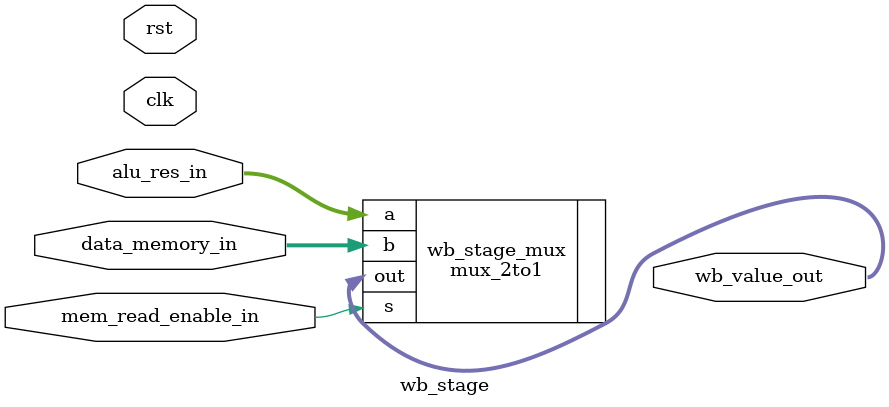
<source format=v>
module wb_stage #(
    parameter Width = 32
) (
    input wire clk,
    input wire rst,
    input wire [Width-1:0] alu_res_in,
    input wire mem_read_enable_in,
    input wire [Width-1:0] data_memory_in,
    output wire [Width-1:0] wb_value_out
);

    mux_2to1 #(
    .N(Width)
    )
    wb_stage_mux
    (
        .a(alu_res_in), .b(data_memory_in), .s(mem_read_enable_in), .out(wb_value_out)
    );

endmodule

</source>
